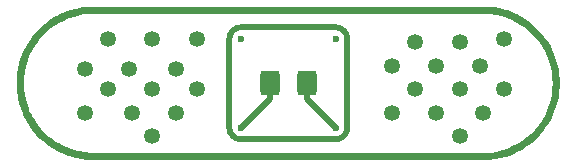
<source format=gbr>
%TF.GenerationSoftware,KiCad,Pcbnew,8.0.8*%
%TF.CreationDate,2025-05-05T01:26:33-03:00*%
%TF.ProjectId,Sao_Bandaid,53616f5f-4261-46e6-9461-69642e6b6963,rev?*%
%TF.SameCoordinates,Original*%
%TF.FileFunction,Copper,L1,Top*%
%TF.FilePolarity,Positive*%
%FSLAX46Y46*%
G04 Gerber Fmt 4.6, Leading zero omitted, Abs format (unit mm)*
G04 Created by KiCad (PCBNEW 8.0.8) date 2025-05-05 01:26:33*
%MOMM*%
%LPD*%
G01*
G04 APERTURE LIST*
G04 Aperture macros list*
%AMRoundRect*
0 Rectangle with rounded corners*
0 $1 Rounding radius*
0 $2 $3 $4 $5 $6 $7 $8 $9 X,Y pos of 4 corners*
0 Add a 4 corners polygon primitive as box body*
4,1,4,$2,$3,$4,$5,$6,$7,$8,$9,$2,$3,0*
0 Add four circle primitives for the rounded corners*
1,1,$1+$1,$2,$3*
1,1,$1+$1,$4,$5*
1,1,$1+$1,$6,$7*
1,1,$1+$1,$8,$9*
0 Add four rect primitives between the rounded corners*
20,1,$1+$1,$2,$3,$4,$5,0*
20,1,$1+$1,$4,$5,$6,$7,0*
20,1,$1+$1,$6,$7,$8,$9,0*
20,1,$1+$1,$8,$9,$2,$3,0*%
G04 Aperture macros list end*
%TA.AperFunction,NonConductor*%
%ADD10C,0.500000*%
%TD*%
%TA.AperFunction,SMDPad,CuDef*%
%ADD11C,1.350000*%
%TD*%
%TA.AperFunction,SMDPad,CuDef*%
%ADD12RoundRect,0.285088X-0.527412X-0.764912X0.527412X-0.764912X0.527412X0.764912X-0.527412X0.764912X0*%
%TD*%
%TA.AperFunction,ViaPad*%
%ADD13C,0.600000*%
%TD*%
%TA.AperFunction,Conductor*%
%ADD14C,0.500000*%
%TD*%
G04 APERTURE END LIST*
D10*
X154000000Y-92250000D02*
X154000000Y-99750000D01*
X145000000Y-100750000D02*
G75*
G02*
X144000000Y-99750000I0J1000000D01*
G01*
X145000000Y-100750000D02*
X153000000Y-100750000D01*
X144000000Y-92250000D02*
G75*
G02*
X145000000Y-91250000I1000000J0D01*
G01*
X144000000Y-92250000D02*
X144000000Y-99750000D01*
X153000000Y-91250000D02*
X145000000Y-91250000D01*
X154000000Y-99750000D02*
G75*
G02*
X153000000Y-100750000I-1000000J0D01*
G01*
X153000000Y-91250000D02*
G75*
G02*
X154000000Y-92250000I0J-1000000D01*
G01*
D11*
%TO.P,REF\u002A\u002A,1*%
%TO.N,N/C*%
X133750000Y-96500000D03*
%TD*%
%TO.P,REF\u002A\u002A,1*%
%TO.N,N/C*%
X161500000Y-94500000D03*
%TD*%
%TO.P,REF\u002A\u002A,1*%
%TO.N,N/C*%
X161500000Y-98500000D03*
%TD*%
%TO.P,REF\u002A\u002A,1*%
%TO.N,N/C*%
X167250000Y-92250000D03*
%TD*%
%TO.P,REF\u002A\u002A,1*%
%TO.N,N/C*%
X141250000Y-96500000D03*
%TD*%
%TO.P,REF\u002A\u002A,1*%
%TO.N,N/C*%
X131750000Y-94750000D03*
%TD*%
%TO.P,REF\u002A\u002A,1*%
%TO.N,N/C*%
X159750000Y-96500000D03*
%TD*%
D12*
%TO.P,D1,1,K*%
%TO.N,GND*%
X147412500Y-95975000D03*
%TO.P,D1,2,A*%
%TO.N,Net-(D1-A)*%
X150587500Y-95975000D03*
%TD*%
D11*
%TO.P,REF\u002A\u002A,1*%
%TO.N,N/C*%
X163500000Y-96500000D03*
%TD*%
%TO.P,REF\u002A\u002A,1*%
%TO.N,N/C*%
X167250000Y-96500000D03*
%TD*%
%TO.P,REF\u002A\u002A,1*%
%TO.N,N/C*%
X137500000Y-96500000D03*
%TD*%
%TO.P,REF\u002A\u002A,1*%
%TO.N,N/C*%
X159750000Y-92500000D03*
%TD*%
%TO.P,REF\u002A\u002A,1*%
%TO.N,N/C*%
X137500000Y-92250000D03*
%TD*%
%TO.P,REF\u002A\u002A,1*%
%TO.N,N/C*%
X133750000Y-92250000D03*
%TD*%
%TO.P,REF\u002A\u002A,1*%
%TO.N,N/C*%
X135500000Y-94750000D03*
%TD*%
%TO.P,REF\u002A\u002A,1*%
%TO.N,N/C*%
X131750000Y-98500000D03*
%TD*%
%TO.P,REF\u002A\u002A,1*%
%TO.N,N/C*%
X139500000Y-94750000D03*
%TD*%
%TO.P,REF\u002A\u002A,1*%
%TO.N,N/C*%
X157750000Y-98500000D03*
%TD*%
%TO.P,REF\u002A\u002A,1*%
%TO.N,N/C*%
X163500000Y-92500000D03*
%TD*%
%TO.P,REF\u002A\u002A,1*%
%TO.N,N/C*%
X137500000Y-100500000D03*
%TD*%
%TO.P,REF\u002A\u002A,1*%
%TO.N,N/C*%
X135750000Y-98500000D03*
%TD*%
%TO.P,REF\u002A\u002A,1*%
%TO.N,N/C*%
X139500000Y-98500000D03*
%TD*%
%TO.P,REF\u002A\u002A,1*%
%TO.N,N/C*%
X165250000Y-94500000D03*
%TD*%
%TO.P,REF\u002A\u002A,1*%
%TO.N,N/C*%
X163500000Y-100500000D03*
%TD*%
%TO.P,REF\u002A\u002A,1*%
%TO.N,N/C*%
X165500000Y-98500000D03*
%TD*%
%TO.P,REF\u002A\u002A,1*%
%TO.N,N/C*%
X141250000Y-92250000D03*
%TD*%
%TO.P,REF\u002A\u002A,1*%
%TO.N,N/C*%
X157750000Y-94500000D03*
%TD*%
D13*
%TO.N,*%
X153000000Y-92250000D03*
X145000000Y-92250000D03*
%TO.N,GND*%
X145000000Y-99750000D03*
%TO.N,Net-(D1-A)*%
X153000000Y-99750000D03*
%TD*%
D14*
%TO.N,GND*%
X147412500Y-95975000D02*
X147412500Y-97337500D01*
X147412500Y-97337500D02*
X145000000Y-99750000D01*
%TO.N,Net-(D1-A)*%
X150612500Y-97362500D02*
X153000000Y-99750000D01*
X150612500Y-96000000D02*
X150612500Y-97362500D01*
X150612500Y-96000000D02*
X150587500Y-95975000D01*
%TD*%
%TA.AperFunction,NonConductor*%
G36*
X165982091Y-89501280D02*
G01*
X166455510Y-89554634D01*
X166464879Y-89556056D01*
X166946932Y-89648260D01*
X166956187Y-89650401D01*
X167429738Y-89779300D01*
X167438813Y-89782149D01*
X167587044Y-89835005D01*
X167901090Y-89946988D01*
X167909897Y-89950515D01*
X168281132Y-90115983D01*
X168358164Y-90150318D01*
X168366701Y-90154523D01*
X168798328Y-90388118D01*
X168806512Y-90392962D01*
X169217225Y-90657857D01*
X169218934Y-90658959D01*
X169226724Y-90664417D01*
X169257660Y-90687915D01*
X169617545Y-90961270D01*
X169624897Y-90967313D01*
X169991793Y-91293258D01*
X169998660Y-91299847D01*
X170339481Y-91652972D01*
X170345822Y-91660068D01*
X170658552Y-92038285D01*
X170664331Y-92045847D01*
X170947140Y-92446942D01*
X170952321Y-92454924D01*
X171203536Y-92876525D01*
X171208090Y-92884882D01*
X171426227Y-93324498D01*
X171430127Y-93333179D01*
X171613907Y-93788232D01*
X171617130Y-93797186D01*
X171765475Y-94265009D01*
X171768001Y-94274184D01*
X171880029Y-94751994D01*
X171881844Y-94761336D01*
X171956897Y-95246322D01*
X171957991Y-95255776D01*
X171995630Y-95745108D01*
X171995995Y-95754618D01*
X171995995Y-96245381D01*
X171995630Y-96254891D01*
X171957991Y-96744223D01*
X171956897Y-96753677D01*
X171881844Y-97238663D01*
X171880029Y-97248005D01*
X171768001Y-97725815D01*
X171765475Y-97734990D01*
X171617130Y-98202813D01*
X171613907Y-98211767D01*
X171430127Y-98666820D01*
X171426227Y-98675501D01*
X171208090Y-99115117D01*
X171203536Y-99123474D01*
X170952321Y-99545075D01*
X170947140Y-99553057D01*
X170664331Y-99954152D01*
X170658552Y-99961714D01*
X170345822Y-100339931D01*
X170339481Y-100347027D01*
X169998660Y-100700152D01*
X169991793Y-100706741D01*
X169624897Y-101032686D01*
X169617545Y-101038729D01*
X169226728Y-101335579D01*
X169218934Y-101341040D01*
X168806518Y-101607033D01*
X168798328Y-101611881D01*
X168366701Y-101845476D01*
X168358164Y-101849681D01*
X167909915Y-102049477D01*
X167901080Y-102053015D01*
X167438813Y-102217850D01*
X167429734Y-102220700D01*
X166956199Y-102349595D01*
X166946927Y-102351740D01*
X166464899Y-102443940D01*
X166455490Y-102445368D01*
X165982091Y-102498720D01*
X165968204Y-102499500D01*
X132502376Y-102499500D01*
X132497626Y-102499409D01*
X132007219Y-102480611D01*
X131997748Y-102479884D01*
X131512578Y-102423874D01*
X131503190Y-102422424D01*
X131023723Y-102329436D01*
X131014474Y-102327271D01*
X130543549Y-102197859D01*
X130534493Y-102194993D01*
X130074846Y-102029907D01*
X130066036Y-102026356D01*
X129620391Y-101826577D01*
X129611878Y-101822363D01*
X129182801Y-101589039D01*
X129174636Y-101584184D01*
X128764708Y-101318717D01*
X128756938Y-101313252D01*
X128368524Y-101017177D01*
X128361196Y-101011134D01*
X127996588Y-100686196D01*
X127989743Y-100679609D01*
X127669665Y-100347027D01*
X127651065Y-100327701D01*
X127644750Y-100320614D01*
X127615575Y-100285237D01*
X127334009Y-99943818D01*
X127328258Y-99936272D01*
X127047279Y-99536804D01*
X127042115Y-99528831D01*
X126812463Y-99142540D01*
X126792530Y-99109012D01*
X126788009Y-99100697D01*
X126571284Y-98662986D01*
X126567407Y-98654336D01*
X126505204Y-98500000D01*
X126384830Y-98201333D01*
X126381626Y-98192411D01*
X126344007Y-98073541D01*
X126234266Y-97726773D01*
X126231751Y-97717620D01*
X126120469Y-97242071D01*
X126118662Y-97232756D01*
X126075061Y-96950476D01*
X126044105Y-96750061D01*
X126043019Y-96740655D01*
X126005633Y-96253690D01*
X126005269Y-96244198D01*
X126005269Y-95999989D01*
X126618931Y-95999989D01*
X126618931Y-96000010D01*
X126637995Y-96473108D01*
X126637997Y-96473124D01*
X126695073Y-96943187D01*
X126789788Y-97407128D01*
X126921526Y-97861942D01*
X127046858Y-98192411D01*
X127089434Y-98304675D01*
X127259463Y-98663003D01*
X127292427Y-98732473D01*
X127529180Y-99142540D01*
X127529184Y-99142546D01*
X127618558Y-99272025D01*
X127798163Y-99532228D01*
X128097632Y-99899010D01*
X128123662Y-99926110D01*
X128425645Y-100240508D01*
X128425650Y-100240513D01*
X128780065Y-100554497D01*
X128922568Y-100661580D01*
X129158613Y-100838957D01*
X129158622Y-100838963D01*
X129158629Y-100838968D01*
X129336480Y-100951432D01*
X129558819Y-101092031D01*
X129978091Y-101312082D01*
X130413709Y-101497681D01*
X130862850Y-101647626D01*
X131322600Y-101760944D01*
X131322614Y-101760946D01*
X131322621Y-101760948D01*
X131770953Y-101833808D01*
X131789978Y-101836900D01*
X132261951Y-101875001D01*
X132498706Y-101875000D01*
X165957028Y-101875000D01*
X166153651Y-101860419D01*
X166625136Y-101786864D01*
X167089134Y-101675441D01*
X167542607Y-101526878D01*
X167982589Y-101342148D01*
X168406199Y-101122459D01*
X168810667Y-100869250D01*
X169193344Y-100584176D01*
X169551728Y-100269105D01*
X169883472Y-99926096D01*
X170186406Y-99557396D01*
X170458548Y-99165417D01*
X170698116Y-98752723D01*
X170903543Y-98322016D01*
X171073485Y-97876114D01*
X171206829Y-97417934D01*
X171302703Y-96950476D01*
X171360479Y-96476798D01*
X171379780Y-96000000D01*
X171360479Y-95523202D01*
X171302703Y-95049524D01*
X171206829Y-94582066D01*
X171073485Y-94123886D01*
X170903543Y-93677984D01*
X170698116Y-93247277D01*
X170458548Y-92834583D01*
X170186406Y-92442604D01*
X169883472Y-92073904D01*
X169551728Y-91730895D01*
X169551724Y-91730891D01*
X169551715Y-91730883D01*
X169193343Y-91415823D01*
X168994108Y-91267404D01*
X168810667Y-91130750D01*
X168406199Y-90877541D01*
X168406197Y-90877540D01*
X168406194Y-90877538D01*
X167982599Y-90657857D01*
X167982597Y-90657856D01*
X167982595Y-90657855D01*
X167982589Y-90657852D01*
X167542607Y-90473122D01*
X167542608Y-90473122D01*
X167542605Y-90473121D01*
X167089137Y-90324560D01*
X167089134Y-90324559D01*
X166625143Y-90213137D01*
X166625138Y-90213136D01*
X166153664Y-90139583D01*
X166153662Y-90139582D01*
X166153651Y-90139581D01*
X166153645Y-90139580D01*
X166153633Y-90139579D01*
X165957040Y-90125000D01*
X165957028Y-90125000D01*
X132550070Y-90125000D01*
X132519364Y-90115983D01*
X132474039Y-90124999D01*
X132261941Y-90124999D01*
X131789972Y-90163100D01*
X131322621Y-90239051D01*
X131322609Y-90239054D01*
X131322602Y-90239055D01*
X131322600Y-90239056D01*
X131189418Y-90271882D01*
X130862860Y-90352371D01*
X130862853Y-90352373D01*
X130413719Y-90502315D01*
X130413711Y-90502318D01*
X130413709Y-90502319D01*
X130252524Y-90570993D01*
X129978097Y-90687915D01*
X129978092Y-90687917D01*
X129978091Y-90687918D01*
X129558819Y-90907969D01*
X129558816Y-90907971D01*
X129158629Y-91161031D01*
X129158616Y-91161041D01*
X128780065Y-91445502D01*
X128425650Y-91759486D01*
X128425645Y-91759491D01*
X128097636Y-92100985D01*
X128097630Y-92100991D01*
X127798166Y-92467768D01*
X127529184Y-92857453D01*
X127529180Y-92857459D01*
X127292427Y-93267526D01*
X127089434Y-93695325D01*
X126921526Y-94138057D01*
X126789788Y-94592871D01*
X126695073Y-95056812D01*
X126637997Y-95526875D01*
X126637995Y-95526891D01*
X126618931Y-95999989D01*
X126005269Y-95999989D01*
X126005269Y-95755801D01*
X126005633Y-95746309D01*
X126005725Y-95745108D01*
X126043020Y-95259341D01*
X126044104Y-95249941D01*
X126118664Y-94767228D01*
X126120467Y-94757933D01*
X126231754Y-94282367D01*
X126234264Y-94273233D01*
X126381631Y-93807571D01*
X126384827Y-93798674D01*
X126567413Y-93345649D01*
X126571280Y-93337022D01*
X126788014Y-92899291D01*
X126792524Y-92890998D01*
X127042120Y-92471159D01*
X127047279Y-92463195D01*
X127197237Y-92250000D01*
X127328264Y-92063717D01*
X127333999Y-92056193D01*
X127644766Y-91679366D01*
X127651053Y-91672311D01*
X127989750Y-91320382D01*
X127996579Y-91313810D01*
X128361213Y-90988850D01*
X128368506Y-90982836D01*
X128756952Y-90686736D01*
X128764693Y-90681292D01*
X129174656Y-90415802D01*
X129182780Y-90410972D01*
X129611895Y-90177627D01*
X129620373Y-90173430D01*
X130066049Y-89973637D01*
X130074833Y-89970097D01*
X130534513Y-89804999D01*
X130543528Y-89802146D01*
X131014496Y-89672722D01*
X131023702Y-89670567D01*
X131503213Y-89577571D01*
X131512555Y-89576128D01*
X131997771Y-89520113D01*
X132007197Y-89519389D01*
X132479651Y-89501280D01*
X132497627Y-89500591D01*
X132502376Y-89500500D01*
X132565892Y-89500500D01*
X165968204Y-89500500D01*
X165982091Y-89501280D01*
G37*
%TD.AperFunction*%
M02*

</source>
